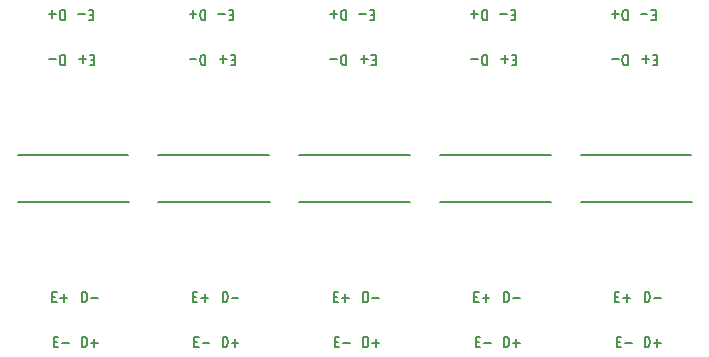
<source format=gbr>
G04 #@! TF.GenerationSoftware,KiCad,Pcbnew,(5.1.4)-1*
G04 #@! TF.CreationDate,2020-01-10T19:44:08-06:00*
G04 #@! TF.ProjectId,SensorsBoard,53656e73-6f72-4734-926f-6172642e6b69,rev?*
G04 #@! TF.SameCoordinates,Original*
G04 #@! TF.FileFunction,Legend,Top*
G04 #@! TF.FilePolarity,Positive*
%FSLAX46Y46*%
G04 Gerber Fmt 4.6, Leading zero omitted, Abs format (unit mm)*
G04 Created by KiCad (PCBNEW (5.1.4)-1) date 2020-01-10 19:44:08*
%MOMM*%
%LPD*%
G04 APERTURE LIST*
%ADD10C,0.177800*%
%ADD11C,0.150000*%
G04 APERTURE END LIST*
D10*
X223697800Y-120129300D02*
X223951800Y-120129300D01*
X224060657Y-120594966D02*
X223697800Y-120594966D01*
X223697800Y-119705966D01*
X224060657Y-119705966D01*
X224387228Y-120256300D02*
X224967800Y-120256300D01*
X224677514Y-120594966D02*
X224677514Y-119917633D01*
X224750085Y-95813033D02*
X224750085Y-96702033D01*
X224568657Y-96702033D01*
X224459800Y-96659700D01*
X224387228Y-96575033D01*
X224350942Y-96490366D01*
X224314657Y-96321033D01*
X224314657Y-96194033D01*
X224350942Y-96024700D01*
X224387228Y-95940033D01*
X224459800Y-95855366D01*
X224568657Y-95813033D01*
X224750085Y-95813033D01*
X223988085Y-96151700D02*
X223407514Y-96151700D01*
X223697800Y-95813033D02*
X223697800Y-96490366D01*
X227126800Y-96278700D02*
X226872800Y-96278700D01*
X226763942Y-95813033D02*
X227126800Y-95813033D01*
X227126800Y-96702033D01*
X226763942Y-96702033D01*
X226437371Y-96151700D02*
X225856800Y-96151700D01*
X224750085Y-99623033D02*
X224750085Y-100512033D01*
X224568657Y-100512033D01*
X224459800Y-100469700D01*
X224387228Y-100385033D01*
X224350942Y-100300366D01*
X224314657Y-100131033D01*
X224314657Y-100004033D01*
X224350942Y-99834700D01*
X224387228Y-99750033D01*
X224459800Y-99665366D01*
X224568657Y-99623033D01*
X224750085Y-99623033D01*
X223988085Y-99961700D02*
X223407514Y-99961700D01*
X223824800Y-123939300D02*
X224078800Y-123939300D01*
X224187657Y-124404966D02*
X223824800Y-124404966D01*
X223824800Y-123515966D01*
X224187657Y-123515966D01*
X224514228Y-124066300D02*
X225094800Y-124066300D01*
X227253800Y-100088700D02*
X226999800Y-100088700D01*
X226890942Y-99623033D02*
X227253800Y-99623033D01*
X227253800Y-100512033D01*
X226890942Y-100512033D01*
X226564371Y-99961700D02*
X225983800Y-99961700D01*
X226274085Y-99623033D02*
X226274085Y-100300366D01*
X226201514Y-124404966D02*
X226201514Y-123515966D01*
X226382942Y-123515966D01*
X226491800Y-123558300D01*
X226564371Y-123642966D01*
X226600657Y-123727633D01*
X226636942Y-123896966D01*
X226636942Y-124023966D01*
X226600657Y-124193300D01*
X226564371Y-124277966D01*
X226491800Y-124362633D01*
X226382942Y-124404966D01*
X226201514Y-124404966D01*
X226963514Y-124066300D02*
X227544085Y-124066300D01*
X227253800Y-124404966D02*
X227253800Y-123727633D01*
X226201514Y-120594966D02*
X226201514Y-119705966D01*
X226382942Y-119705966D01*
X226491800Y-119748300D01*
X226564371Y-119832966D01*
X226600657Y-119917633D01*
X226636942Y-120086966D01*
X226636942Y-120213966D01*
X226600657Y-120383300D01*
X226564371Y-120467966D01*
X226491800Y-120552633D01*
X226382942Y-120594966D01*
X226201514Y-120594966D01*
X226963514Y-120256300D02*
X227544085Y-120256300D01*
D11*
X220776800Y-108102400D02*
X230149400Y-108102400D01*
X220776800Y-112115600D02*
X230200200Y-112115600D01*
D10*
X211785200Y-120129300D02*
X212039200Y-120129300D01*
X212148057Y-120594966D02*
X211785200Y-120594966D01*
X211785200Y-119705966D01*
X212148057Y-119705966D01*
X212474628Y-120256300D02*
X213055200Y-120256300D01*
X212764914Y-120594966D02*
X212764914Y-119917633D01*
X212837485Y-95813033D02*
X212837485Y-96702033D01*
X212656057Y-96702033D01*
X212547200Y-96659700D01*
X212474628Y-96575033D01*
X212438342Y-96490366D01*
X212402057Y-96321033D01*
X212402057Y-96194033D01*
X212438342Y-96024700D01*
X212474628Y-95940033D01*
X212547200Y-95855366D01*
X212656057Y-95813033D01*
X212837485Y-95813033D01*
X212075485Y-96151700D02*
X211494914Y-96151700D01*
X211785200Y-95813033D02*
X211785200Y-96490366D01*
X215214200Y-96278700D02*
X214960200Y-96278700D01*
X214851342Y-95813033D02*
X215214200Y-95813033D01*
X215214200Y-96702033D01*
X214851342Y-96702033D01*
X214524771Y-96151700D02*
X213944200Y-96151700D01*
X212837485Y-99623033D02*
X212837485Y-100512033D01*
X212656057Y-100512033D01*
X212547200Y-100469700D01*
X212474628Y-100385033D01*
X212438342Y-100300366D01*
X212402057Y-100131033D01*
X212402057Y-100004033D01*
X212438342Y-99834700D01*
X212474628Y-99750033D01*
X212547200Y-99665366D01*
X212656057Y-99623033D01*
X212837485Y-99623033D01*
X212075485Y-99961700D02*
X211494914Y-99961700D01*
X211912200Y-123939300D02*
X212166200Y-123939300D01*
X212275057Y-124404966D02*
X211912200Y-124404966D01*
X211912200Y-123515966D01*
X212275057Y-123515966D01*
X212601628Y-124066300D02*
X213182200Y-124066300D01*
X215341200Y-100088700D02*
X215087200Y-100088700D01*
X214978342Y-99623033D02*
X215341200Y-99623033D01*
X215341200Y-100512033D01*
X214978342Y-100512033D01*
X214651771Y-99961700D02*
X214071200Y-99961700D01*
X214361485Y-99623033D02*
X214361485Y-100300366D01*
X214288914Y-124404966D02*
X214288914Y-123515966D01*
X214470342Y-123515966D01*
X214579200Y-123558300D01*
X214651771Y-123642966D01*
X214688057Y-123727633D01*
X214724342Y-123896966D01*
X214724342Y-124023966D01*
X214688057Y-124193300D01*
X214651771Y-124277966D01*
X214579200Y-124362633D01*
X214470342Y-124404966D01*
X214288914Y-124404966D01*
X215050914Y-124066300D02*
X215631485Y-124066300D01*
X215341200Y-124404966D02*
X215341200Y-123727633D01*
X214288914Y-120594966D02*
X214288914Y-119705966D01*
X214470342Y-119705966D01*
X214579200Y-119748300D01*
X214651771Y-119832966D01*
X214688057Y-119917633D01*
X214724342Y-120086966D01*
X214724342Y-120213966D01*
X214688057Y-120383300D01*
X214651771Y-120467966D01*
X214579200Y-120552633D01*
X214470342Y-120594966D01*
X214288914Y-120594966D01*
X215050914Y-120256300D02*
X215631485Y-120256300D01*
D11*
X208864200Y-108102400D02*
X218236800Y-108102400D01*
X208864200Y-112115600D02*
X218287600Y-112115600D01*
D10*
X199872600Y-120129300D02*
X200126600Y-120129300D01*
X200235457Y-120594966D02*
X199872600Y-120594966D01*
X199872600Y-119705966D01*
X200235457Y-119705966D01*
X200562028Y-120256300D02*
X201142600Y-120256300D01*
X200852314Y-120594966D02*
X200852314Y-119917633D01*
X200924885Y-95813033D02*
X200924885Y-96702033D01*
X200743457Y-96702033D01*
X200634600Y-96659700D01*
X200562028Y-96575033D01*
X200525742Y-96490366D01*
X200489457Y-96321033D01*
X200489457Y-96194033D01*
X200525742Y-96024700D01*
X200562028Y-95940033D01*
X200634600Y-95855366D01*
X200743457Y-95813033D01*
X200924885Y-95813033D01*
X200162885Y-96151700D02*
X199582314Y-96151700D01*
X199872600Y-95813033D02*
X199872600Y-96490366D01*
X203301600Y-96278700D02*
X203047600Y-96278700D01*
X202938742Y-95813033D02*
X203301600Y-95813033D01*
X203301600Y-96702033D01*
X202938742Y-96702033D01*
X202612171Y-96151700D02*
X202031600Y-96151700D01*
X200924885Y-99623033D02*
X200924885Y-100512033D01*
X200743457Y-100512033D01*
X200634600Y-100469700D01*
X200562028Y-100385033D01*
X200525742Y-100300366D01*
X200489457Y-100131033D01*
X200489457Y-100004033D01*
X200525742Y-99834700D01*
X200562028Y-99750033D01*
X200634600Y-99665366D01*
X200743457Y-99623033D01*
X200924885Y-99623033D01*
X200162885Y-99961700D02*
X199582314Y-99961700D01*
X199999600Y-123939300D02*
X200253600Y-123939300D01*
X200362457Y-124404966D02*
X199999600Y-124404966D01*
X199999600Y-123515966D01*
X200362457Y-123515966D01*
X200689028Y-124066300D02*
X201269600Y-124066300D01*
X203428600Y-100088700D02*
X203174600Y-100088700D01*
X203065742Y-99623033D02*
X203428600Y-99623033D01*
X203428600Y-100512033D01*
X203065742Y-100512033D01*
X202739171Y-99961700D02*
X202158600Y-99961700D01*
X202448885Y-99623033D02*
X202448885Y-100300366D01*
X202376314Y-124404966D02*
X202376314Y-123515966D01*
X202557742Y-123515966D01*
X202666600Y-123558300D01*
X202739171Y-123642966D01*
X202775457Y-123727633D01*
X202811742Y-123896966D01*
X202811742Y-124023966D01*
X202775457Y-124193300D01*
X202739171Y-124277966D01*
X202666600Y-124362633D01*
X202557742Y-124404966D01*
X202376314Y-124404966D01*
X203138314Y-124066300D02*
X203718885Y-124066300D01*
X203428600Y-124404966D02*
X203428600Y-123727633D01*
X202376314Y-120594966D02*
X202376314Y-119705966D01*
X202557742Y-119705966D01*
X202666600Y-119748300D01*
X202739171Y-119832966D01*
X202775457Y-119917633D01*
X202811742Y-120086966D01*
X202811742Y-120213966D01*
X202775457Y-120383300D01*
X202739171Y-120467966D01*
X202666600Y-120552633D01*
X202557742Y-120594966D01*
X202376314Y-120594966D01*
X203138314Y-120256300D02*
X203718885Y-120256300D01*
D11*
X196951600Y-108102400D02*
X206324200Y-108102400D01*
X196951600Y-112115600D02*
X206375000Y-112115600D01*
D10*
X191516000Y-100088700D02*
X191262000Y-100088700D01*
X191153142Y-99623033D02*
X191516000Y-99623033D01*
X191516000Y-100512033D01*
X191153142Y-100512033D01*
X190826571Y-99961700D02*
X190246000Y-99961700D01*
X190536285Y-99623033D02*
X190536285Y-100300366D01*
X189012285Y-99623033D02*
X189012285Y-100512033D01*
X188830857Y-100512033D01*
X188722000Y-100469700D01*
X188649428Y-100385033D01*
X188613142Y-100300366D01*
X188576857Y-100131033D01*
X188576857Y-100004033D01*
X188613142Y-99834700D01*
X188649428Y-99750033D01*
X188722000Y-99665366D01*
X188830857Y-99623033D01*
X189012285Y-99623033D01*
X188250285Y-99961700D02*
X187669714Y-99961700D01*
X189012285Y-95813033D02*
X189012285Y-96702033D01*
X188830857Y-96702033D01*
X188722000Y-96659700D01*
X188649428Y-96575033D01*
X188613142Y-96490366D01*
X188576857Y-96321033D01*
X188576857Y-96194033D01*
X188613142Y-96024700D01*
X188649428Y-95940033D01*
X188722000Y-95855366D01*
X188830857Y-95813033D01*
X189012285Y-95813033D01*
X188250285Y-96151700D02*
X187669714Y-96151700D01*
X187960000Y-95813033D02*
X187960000Y-96490366D01*
X191389000Y-96278700D02*
X191135000Y-96278700D01*
X191026142Y-95813033D02*
X191389000Y-95813033D01*
X191389000Y-96702033D01*
X191026142Y-96702033D01*
X190699571Y-96151700D02*
X190119000Y-96151700D01*
X190463714Y-120594966D02*
X190463714Y-119705966D01*
X190645142Y-119705966D01*
X190754000Y-119748300D01*
X190826571Y-119832966D01*
X190862857Y-119917633D01*
X190899142Y-120086966D01*
X190899142Y-120213966D01*
X190862857Y-120383300D01*
X190826571Y-120467966D01*
X190754000Y-120552633D01*
X190645142Y-120594966D01*
X190463714Y-120594966D01*
X191225714Y-120256300D02*
X191806285Y-120256300D01*
X188087000Y-123939300D02*
X188341000Y-123939300D01*
X188449857Y-124404966D02*
X188087000Y-124404966D01*
X188087000Y-123515966D01*
X188449857Y-123515966D01*
X188776428Y-124066300D02*
X189357000Y-124066300D01*
X187960000Y-120129300D02*
X188214000Y-120129300D01*
X188322857Y-120594966D02*
X187960000Y-120594966D01*
X187960000Y-119705966D01*
X188322857Y-119705966D01*
X188649428Y-120256300D02*
X189230000Y-120256300D01*
X188939714Y-120594966D02*
X188939714Y-119917633D01*
X190463714Y-124404966D02*
X190463714Y-123515966D01*
X190645142Y-123515966D01*
X190754000Y-123558300D01*
X190826571Y-123642966D01*
X190862857Y-123727633D01*
X190899142Y-123896966D01*
X190899142Y-124023966D01*
X190862857Y-124193300D01*
X190826571Y-124277966D01*
X190754000Y-124362633D01*
X190645142Y-124404966D01*
X190463714Y-124404966D01*
X191225714Y-124066300D02*
X191806285Y-124066300D01*
X191516000Y-124404966D02*
X191516000Y-123727633D01*
D11*
X185039000Y-108102400D02*
X194411600Y-108102400D01*
X185039000Y-112115600D02*
X194462400Y-112115600D01*
X173126400Y-108102400D02*
X182499000Y-108102400D01*
X173126400Y-112115600D02*
X182549800Y-112115600D01*
D10*
X177099685Y-99623033D02*
X177099685Y-100512033D01*
X176918257Y-100512033D01*
X176809400Y-100469700D01*
X176736828Y-100385033D01*
X176700542Y-100300366D01*
X176664257Y-100131033D01*
X176664257Y-100004033D01*
X176700542Y-99834700D01*
X176736828Y-99750033D01*
X176809400Y-99665366D01*
X176918257Y-99623033D01*
X177099685Y-99623033D01*
X176337685Y-99961700D02*
X175757114Y-99961700D01*
X179476400Y-96278700D02*
X179222400Y-96278700D01*
X179113542Y-95813033D02*
X179476400Y-95813033D01*
X179476400Y-96702033D01*
X179113542Y-96702033D01*
X178786971Y-96151700D02*
X178206400Y-96151700D01*
X179603400Y-100088700D02*
X179349400Y-100088700D01*
X179240542Y-99623033D02*
X179603400Y-99623033D01*
X179603400Y-100512033D01*
X179240542Y-100512033D01*
X178913971Y-99961700D02*
X178333400Y-99961700D01*
X178623685Y-99623033D02*
X178623685Y-100300366D01*
X177099685Y-95813033D02*
X177099685Y-96702033D01*
X176918257Y-96702033D01*
X176809400Y-96659700D01*
X176736828Y-96575033D01*
X176700542Y-96490366D01*
X176664257Y-96321033D01*
X176664257Y-96194033D01*
X176700542Y-96024700D01*
X176736828Y-95940033D01*
X176809400Y-95855366D01*
X176918257Y-95813033D01*
X177099685Y-95813033D01*
X176337685Y-96151700D02*
X175757114Y-96151700D01*
X176047400Y-95813033D02*
X176047400Y-96490366D01*
X178551114Y-120594966D02*
X178551114Y-119705966D01*
X178732542Y-119705966D01*
X178841400Y-119748300D01*
X178913971Y-119832966D01*
X178950257Y-119917633D01*
X178986542Y-120086966D01*
X178986542Y-120213966D01*
X178950257Y-120383300D01*
X178913971Y-120467966D01*
X178841400Y-120552633D01*
X178732542Y-120594966D01*
X178551114Y-120594966D01*
X179313114Y-120256300D02*
X179893685Y-120256300D01*
X178551114Y-124404966D02*
X178551114Y-123515966D01*
X178732542Y-123515966D01*
X178841400Y-123558300D01*
X178913971Y-123642966D01*
X178950257Y-123727633D01*
X178986542Y-123896966D01*
X178986542Y-124023966D01*
X178950257Y-124193300D01*
X178913971Y-124277966D01*
X178841400Y-124362633D01*
X178732542Y-124404966D01*
X178551114Y-124404966D01*
X179313114Y-124066300D02*
X179893685Y-124066300D01*
X179603400Y-124404966D02*
X179603400Y-123727633D01*
X176047400Y-120129300D02*
X176301400Y-120129300D01*
X176410257Y-120594966D02*
X176047400Y-120594966D01*
X176047400Y-119705966D01*
X176410257Y-119705966D01*
X176736828Y-120256300D02*
X177317400Y-120256300D01*
X177027114Y-120594966D02*
X177027114Y-119917633D01*
X176174400Y-123939300D02*
X176428400Y-123939300D01*
X176537257Y-124404966D02*
X176174400Y-124404966D01*
X176174400Y-123515966D01*
X176537257Y-123515966D01*
X176863828Y-124066300D02*
X177444400Y-124066300D01*
M02*

</source>
